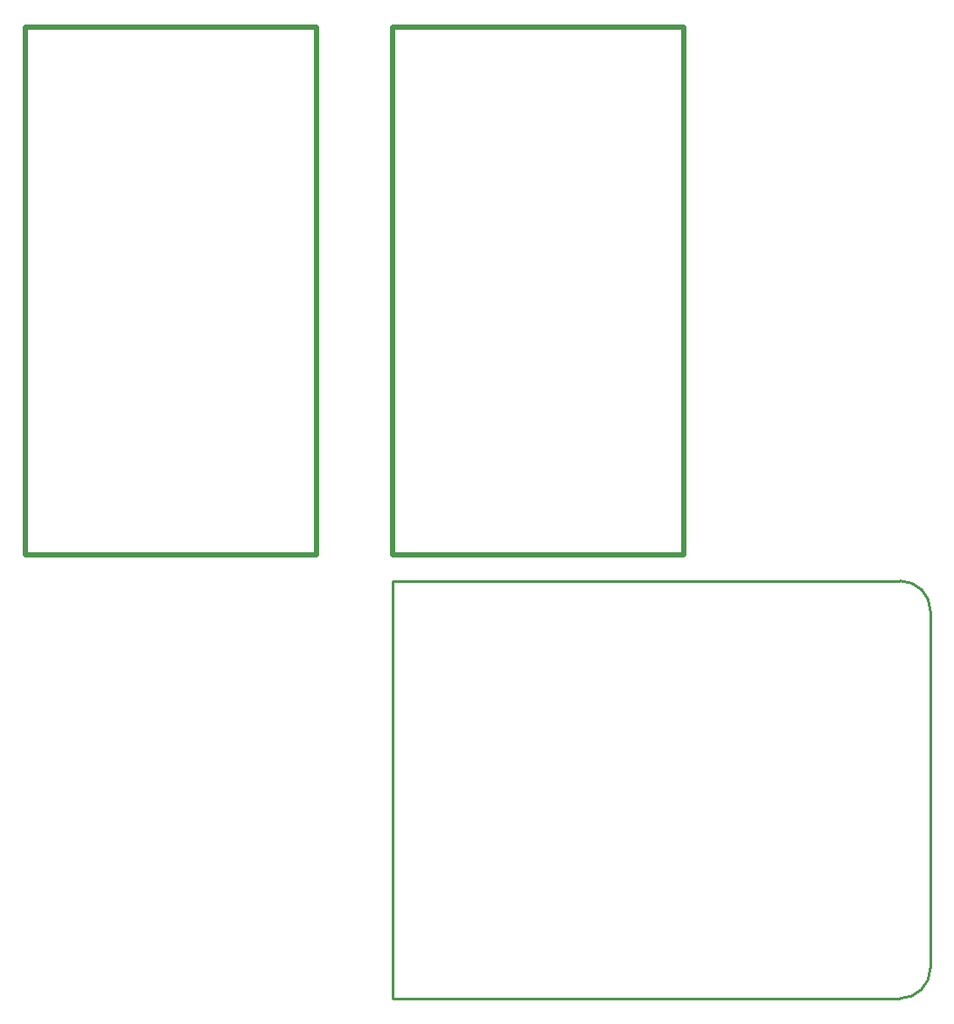
<source format=gbr>
G04 start of page 4 for group 2 idx 2 *
G04 Title: (unknown), outline *
G04 Creator: pcb 20140316 *
G04 CreationDate: Tue 14 Apr 2015 10:04:33 AM GMT UTC *
G04 For: fosse *
G04 Format: Gerber/RS-274X *
G04 PCB-Dimensions (mil): 5250.00 5000.00 *
G04 PCB-Coordinate-Origin: lower left *
%MOIN*%
%FSLAX25Y25*%
%LNOUTLINE*%
%ADD52C,0.0100*%
%ADD51C,0.0200*%
G54D51*X320000Y249000D02*X209000D01*
G54D52*X208900Y239000D02*X402400D01*
X413900Y227500D02*Y91500D01*
X402400Y80000D02*X208900D01*
Y239000D01*
G54D51*X209000Y450000D02*X320000D01*
Y249000D01*
X209000D02*Y450000D01*
X68900D02*X179900D01*
Y249000D01*
X68900D01*
Y450000D01*
G54D52*X402400Y239000D02*G75*G02X413900Y227500I0J-11500D01*G01*
Y91500D02*G75*G02X402400Y80000I-11500J0D01*G01*
M02*

</source>
